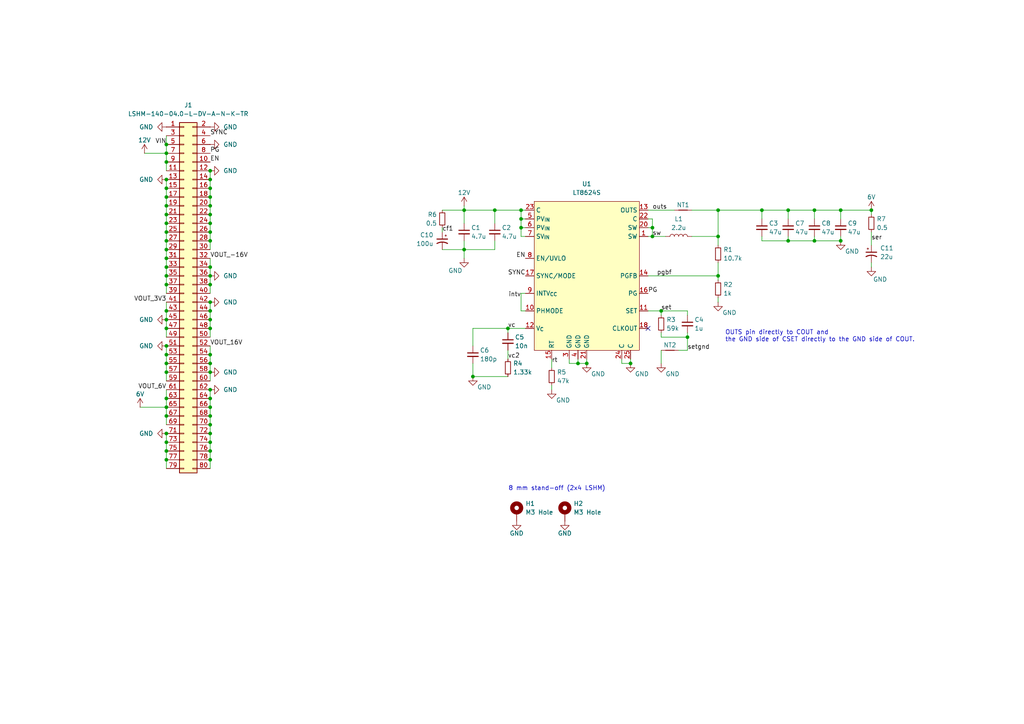
<source format=kicad_sch>
(kicad_sch (version 20250114) (generator "eeschema") (generator_version "9.0")
  (paper "A4")
  (lib_symbols
    (symbol "Connector_Generic:Conn_02x40_Odd_Even" (pin_names (offset 1.016) (hide yes))
      (property "Reference" "J" (at 1.27 50.8 0))
      (property "Value" "Conn_02x40_Odd_Even" (at 1.27 -53.34 0))
      (symbol "Conn_02x40_Odd_Even_1_1"
        (rectangle (start -1.27 49.53) (end 3.81 -52.07) (stroke (width 0.254)) (fill (type background)))
        (rectangle (start -1.27 48.387) (end 0 48.133) (stroke (width 0.1524)))
        (rectangle (start -1.27 45.847) (end 0 45.593) (stroke (width 0.1524)))
        (rectangle (start -1.27 43.307) (end 0 43.053) (stroke (width 0.1524)))
        (rectangle (start -1.27 40.767) (end 0 40.513) (stroke (width 0.1524)))
        (rectangle (start -1.27 38.227) (end 0 37.973) (stroke (width 0.1524)))
        (rectangle (start -1.27 35.687) (end 0 35.433) (stroke (width 0.1524)))
        (rectangle (start -1.27 33.147) (end 0 32.893) (stroke (width 0.1524)))
        (rectangle (start -1.27 30.607) (end 0 30.353) (stroke (width 0.1524)))
        (rectangle (start -1.27 28.067) (end 0 27.813) (stroke (width 0.1524)))
        (rectangle (start -1.27 25.527) (end 0 25.273) (stroke (width 0.1524)))
        (rectangle (start -1.27 22.987) (end 0 22.733) (stroke (width 0.1524)))
        (rectangle (start -1.27 20.447) (end 0 20.193) (stroke (width 0.1524)))
        (rectangle (start -1.27 17.907) (end 0 17.653) (stroke (width 0.1524)))
        (rectangle (start -1.27 15.367) (end 0 15.113) (stroke (width 0.1524)))
        (rectangle (start -1.27 12.827) (end 0 12.573) (stroke (width 0.1524)))
        (rectangle (start -1.27 10.287) (end 0 10.033) (stroke (width 0.1524)))
        (rectangle (start -1.27 7.747) (end 0 7.493) (stroke (width 0.1524)))
        (rectangle (start -1.27 5.207) (end 0 4.953) (stroke (width 0.1524)))
        (rectangle (start -1.27 2.667) (end 0 2.413) (stroke (width 0.1524)))
        (rectangle (start -1.27 0.127) (end 0 -0.127) (stroke (width 0.1524)))
        (rectangle (start -1.27 -2.413) (end 0 -2.667) (stroke (width 0.1524)))
        (rectangle (start -1.27 -4.953) (end 0 -5.207) (stroke (width 0.1524)))
        (rectangle (start -1.27 -7.493) (end 0 -7.747) (stroke (width 0.1524)))
        (rectangle (start -1.27 -10.033) (end 0 -10.287) (stroke (width 0.1524)))
        (rectangle (start -1.27 -12.573) (end 0 -12.827) (stroke (width 0.1524)))
        (rectangle (start -1.27 -15.113) (end 0 -15.367) (stroke (width 0.1524)))
        (rectangle (start -1.27 -17.653) (end 0 -17.907) (stroke (width 0.1524)))
        (rectangle (start -1.27 -20.193) (end 0 -20.447) (stroke (width 0.1524)))
        (rectangle (start -1.27 -22.733) (end 0 -22.987) (stroke (width 0.1524)))
        (rectangle (start -1.27 -25.273) (end 0 -25.527) (stroke (width 0.1524)))
        (rectangle (start -1.27 -27.813) (end 0 -28.067) (stroke (width 0.1524)))
        (rectangle (start -1.27 -30.353) (end 0 -30.607) (stroke (width 0.1524)))
        (rectangle (start -1.27 -32.893) (end 0 -33.147) (stroke (width 0.1524)))
        (rectangle (start -1.27 -35.433) (end 0 -35.687) (stroke (width 0.1524)))
        (rectangle (start -1.27 -37.973) (end 0 -38.227) (stroke (width 0.1524)))
        (rectangle (start -1.27 -40.513) (end 0 -40.767) (stroke (width 0.1524)))
        (rectangle (start -1.27 -43.053) (end 0 -43.307) (stroke (width 0.1524)))
        (rectangle (start -1.27 -45.593) (end 0 -45.847) (stroke (width 0.1524)))
        (rectangle (start -1.27 -48.133) (end 0 -48.387) (stroke (width 0.1524)))
        (rectangle (start -1.27 -50.673) (end 0 -50.927) (stroke (width 0.1524)))
        (rectangle (start 3.81 48.387) (end 2.54 48.133) (stroke (width 0.1524)))
        (rectangle (start 3.81 45.847) (end 2.54 45.593) (stroke (width 0.1524)))
        (rectangle (start 3.81 43.307) (end 2.54 43.053) (stroke (width 0.1524)))
        (rectangle (start 3.81 40.767) (end 2.54 40.513) (stroke (width 0.1524)))
        (rectangle (start 3.81 38.227) (end 2.54 37.973) (stroke (width 0.1524)))
        (rectangle (start 3.81 35.687) (end 2.54 35.433) (stroke (width 0.1524)))
        (rectangle (start 3.81 33.147) (end 2.54 32.893) (stroke (width 0.1524)))
        (rectangle (start 3.81 30.607) (end 2.54 30.353) (stroke (width 0.1524)))
        (rectangle (start 3.81 28.067) (end 2.54 27.813) (stroke (width 0.1524)))
        (rectangle (start 3.81 25.527) (end 2.54 25.273) (stroke (width 0.1524)))
        (rectangle (start 3.81 22.987) (end 2.54 22.733) (stroke (width 0.1524)))
        (rectangle (start 3.81 20.447) (end 2.54 20.193) (stroke (width 0.1524)))
        (rectangle (start 3.81 17.907) (end 2.54 17.653) (stroke (width 0.1524)))
        (rectangle (start 3.81 15.367) (end 2.54 15.113) (stroke (width 0.1524)))
        (rectangle (start 3.81 12.827) (end 2.54 12.573) (stroke (width 0.1524)))
        (rectangle (start 3.81 10.287) (end 2.54 10.033) (stroke (width 0.1524)))
        (rectangle (start 3.81 7.747) (end 2.54 7.493) (stroke (width 0.1524)))
        (rectangle (start 3.81 5.207) (end 2.54 4.953) (stroke (width 0.1524)))
        (rectangle (start 3.81 2.667) (end 2.54 2.413) (stroke (width 0.1524)))
        (rectangle (start 3.81 0.127) (end 2.54 -0.127) (stroke (width 0.1524)))
        (rectangle (start 3.81 -2.413) (end 2.54 -2.667) (stroke (width 0.1524)))
        (rectangle (start 3.81 -4.953) (end 2.54 -5.207) (stroke (width 0.1524)))
        (rectangle (start 3.81 -7.493) (end 2.54 -7.747) (stroke (width 0.1524)))
        (rectangle (start 3.81 -10.033) (end 2.54 -10.287) (stroke (width 0.1524)))
        (rectangle (start 3.81 -12.573) (end 2.54 -12.827) (stroke (width 0.1524)))
        (rectangle (start 3.81 -15.113) (end 2.54 -15.367) (stroke (width 0.1524)))
        (rectangle (start 3.81 -17.653) (end 2.54 -17.907) (stroke (width 0.1524)))
        (rectangle (start 3.81 -20.193) (end 2.54 -20.447) (stroke (width 0.1524)))
        (rectangle (start 3.81 -22.733) (end 2.54 -22.987) (stroke (width 0.1524)))
        (rectangle (start 3.81 -25.273) (end 2.54 -25.527) (stroke (width 0.1524)))
        (rectangle (start 3.81 -27.813) (end 2.54 -28.067) (stroke (width 0.1524)))
        (rectangle (start 3.81 -30.353) (end 2.54 -30.607) (stroke (width 0.1524)))
        (rectangle (start 3.81 -32.893) (end 2.54 -33.147) (stroke (width 0.1524)))
        (rectangle (start 3.81 -35.433) (end 2.54 -35.687) (stroke (width 0.1524)))
        (rectangle (start 3.81 -37.973) (end 2.54 -38.227) (stroke (width 0.1524)))
        (rectangle (start 3.81 -40.513) (end 2.54 -40.767) (stroke (width 0.1524)))
        (rectangle (start 3.81 -43.053) (end 2.54 -43.307) (stroke (width 0.1524)))
        (rectangle (start 3.81 -45.593) (end 2.54 -45.847) (stroke (width 0.1524)))
        (rectangle (start 3.81 -48.133) (end 2.54 -48.387) (stroke (width 0.1524)))
        (rectangle (start 3.81 -50.673) (end 2.54 -50.927) (stroke (width 0.1524)))
        (pin passive line (at -5.08 48.26 0) (length 3.81) (name "Pin_1") (number "1"))
        (pin passive line (at -5.08 45.72 0) (length 3.81) (name "Pin_3") (number "3"))
        (pin passive line (at -5.08 43.18 0) (length 3.81) (name "Pin_5") (number "5"))
        (pin passive line (at -5.08 40.64 0) (length 3.81) (name "Pin_7") (number "7"))
        (pin passive line (at -5.08 38.1 0) (length 3.81) (name "Pin_9") (number "9"))
        (pin passive line (at -5.08 35.56 0) (length 3.81) (name "Pin_11") (number "11"))
        (pin passive line (at -5.08 33.02 0) (length 3.81) (name "Pin_13") (number "13"))
        (pin passive line (at -5.08 30.48 0) (length 3.81) (name "Pin_15") (number "15"))
        (pin passive line (at -5.08 27.94 0) (length 3.81) (name "Pin_17") (number "17"))
        (pin passive line (at -5.08 25.4 0) (length 3.81) (name "Pin_19") (number "19"))
        (pin passive line (at -5.08 22.86 0) (length 3.81) (name "Pin_21") (number "21"))
        (pin passive line (at -5.08 20.32 0) (length 3.81) (name "Pin_23") (number "23"))
        (pin passive line (at -5.08 17.78 0) (length 3.81) (name "Pin_25") (number "25"))
        (pin passive line (at -5.08 15.24 0) (length 3.81) (name "Pin_27") (number "27"))
        (pin passive line (at -5.08 12.7 0) (length 3.81) (name "Pin_29") (number "29"))
        (pin passive line (at -5.08 10.16 0) (length 3.81) (name "Pin_31") (number "31"))
        (pin passive line (at -5.08 7.62 0) (length 3.81) (name "Pin_33") (number "33"))
        (pin passive line (at -5.08 5.08 0) (length 3.81) (name "Pin_35") (number "35"))
        (pin passive line (at -5.08 2.54 0) (length 3.81) (name "Pin_37") (number "37"))
        (pin passive line (at -5.08 0 0) (length 3.81) (name "Pin_39") (number "39"))
        (pin passive line (at -5.08 -2.54 0) (length 3.81) (name "Pin_41") (number "41"))
        (pin passive line (at -5.08 -5.08 0) (length 3.81) (name "Pin_43") (number "43"))
        (pin passive line (at -5.08 -7.62 0) (length 3.81) (name "Pin_45") (number "45"))
        (pin passive line (at -5.08 -10.16 0) (length 3.81) (name "Pin_47") (number "47"))
        (pin passive line (at -5.08 -12.7 0) (length 3.81) (name "Pin_49") (number "49"))
        (pin passive line (at -5.08 -15.24 0) (length 3.81) (name "Pin_51") (number "51"))
        (pin passive line (at -5.08 -17.78 0) (length 3.81) (name "Pin_53") (number "53"))
        (pin passive line (at -5.08 -20.32 0) (length 3.81) (name "Pin_55") (number "55"))
        (pin passive line (at -5.08 -22.86 0) (length 3.81) (name "Pin_57") (number "57"))
        (pin passive line (at -5.08 -25.4 0) (length 3.81) (name "Pin_59") (number "59"))
        (pin passive line (at -5.08 -27.94 0) (length 3.81) (name "Pin_61") (number "61"))
        (pin passive line (at -5.08 -30.48 0) (length 3.81) (name "Pin_63") (number "63"))
        (pin passive line (at -5.08 -33.02 0) (length 3.81) (name "Pin_65") (number "65"))
        (pin passive line (at -5.08 -35.56 0) (length 3.81) (name "Pin_67") (number "67"))
        (pin passive line (at -5.08 -38.1 0) (length 3.81) (name "Pin_69") (number "69"))
        (pin passive line (at -5.08 -40.64 0) (length 3.81) (name "Pin_71") (number "71"))
        (pin passive line (at -5.08 -43.18 0) (length 3.81) (name "Pin_73") (number "73"))
        (pin passive line (at -5.08 -45.72 0) (length 3.81) (name "Pin_75") (number "75"))
        (pin passive line (at -5.08 -48.26 0) (length 3.81) (name "Pin_77") (number "77"))
        (pin passive line (at -5.08 -50.8 0) (length 3.81) (name "Pin_79") (number "79"))
        (pin passive line (at 7.62 48.26 180) (length 3.81) (name "Pin_2") (number "2"))
        (pin passive line (at 7.62 45.72 180) (length 3.81) (name "Pin_4") (number "4"))
        (pin passive line (at 7.62 43.18 180) (length 3.81) (name "Pin_6") (number "6"))
        (pin passive line (at 7.62 40.64 180) (length 3.81) (name "Pin_8") (number "8"))
        (pin passive line (at 7.62 38.1 180) (length 3.81) (name "Pin_10") (number "10"))
        (pin passive line (at 7.62 35.56 180) (length 3.81) (name "Pin_12") (number "12"))
        (pin passive line (at 7.62 33.02 180) (length 3.81) (name "Pin_14") (number "14"))
        (pin passive line (at 7.62 30.48 180) (length 3.81) (name "Pin_16") (number "16"))
        (pin passive line (at 7.62 27.94 180) (length 3.81) (name "Pin_18") (number "18"))
        (pin passive line (at 7.62 25.4 180) (length 3.81) (name "Pin_20") (number "20"))
        (pin passive line (at 7.62 22.86 180) (length 3.81) (name "Pin_22") (number "22"))
        (pin passive line (at 7.62 20.32 180) (length 3.81) (name "Pin_24") (number "24"))
        (pin passive line (at 7.62 17.78 180) (length 3.81) (name "Pin_26") (number "26"))
        (pin passive line (at 7.62 15.24 180) (length 3.81) (name "Pin_28") (number "28"))
        (pin passive line (at 7.62 12.7 180) (length 3.81) (name "Pin_30") (number "30"))
        (pin passive line (at 7.62 10.16 180) (length 3.81) (name "Pin_32") (number "32"))
        (pin passive line (at 7.62 7.62 180) (length 3.81) (name "Pin_34") (number "34"))
        (pin passive line (at 7.62 5.08 180) (length 3.81) (name "Pin_36") (number "36"))
        (pin passive line (at 7.62 2.54 180) (length 3.81) (name "Pin_38") (number "38"))
        (pin passive line (at 7.62 0 180) (length 3.81) (name "Pin_40") (number "40"))
        (pin passive line (at 7.62 -2.54 180) (length 3.81) (name "Pin_42") (number "42"))
        (pin passive line (at 7.62 -5.08 180) (length 3.81) (name "Pin_44") (number "44"))
        (pin passive line (at 7.62 -7.62 180) (length 3.81) (name "Pin_46") (number "46"))
        (pin passive line (at 7.62 -10.16 180) (length 3.81) (name "Pin_48") (number "48"))
        (pin passive line (at 7.62 -12.7 180) (length 3.81) (name "Pin_50") (number "50"))
        (pin passive line (at 7.62 -15.24 180) (length 3.81) (name "Pin_52") (number "52"))
        (pin passive line (at 7.62 -17.78 180) (length 3.81) (name "Pin_54") (number "54"))
        (pin passive line (at 7.62 -20.32 180) (length 3.81) (name "Pin_56") (number "56"))
        (pin passive line (at 7.62 -22.86 180) (length 3.81) (name "Pin_58") (number "58"))
        (pin passive line (at 7.62 -25.4 180) (length 3.81) (name "Pin_60") (number "60"))
        (pin passive line (at 7.62 -27.94 180) (length 3.81) (name "Pin_62") (number "62"))
        (pin passive line (at 7.62 -30.48 180) (length 3.81) (name "Pin_64") (number "64"))
        (pin passive line (at 7.62 -33.02 180) (length 3.81) (name "Pin_66") (number "66"))
        (pin passive line (at 7.62 -35.56 180) (length 3.81) (name "Pin_68") (number "68"))
        (pin passive line (at 7.62 -38.1 180) (length 3.81) (name "Pin_70") (number "70"))
        (pin passive line (at 7.62 -40.64 180) (length 3.81) (name "Pin_72") (number "72"))
        (pin passive line (at 7.62 -43.18 180) (length 3.81) (name "Pin_74") (number "74"))
        (pin passive line (at 7.62 -45.72 180) (length 3.81) (name "Pin_76") (number "76"))
        (pin passive line (at 7.62 -48.26 180) (length 3.81) (name "Pin_78") (number "78"))
        (pin passive line (at 7.62 -50.8 180) (length 3.81) (name "Pin_80") (number "80"))
      )
    )
    (symbol "Device:C_Polarized_Small_US" (pin_numbers (hide yes)) (pin_names (offset 0.254) (hide yes))
      (property "Reference" "C" (at 0.254 1.778 0))
      (property "Value" "C_Polarized_Small_US" (at 0.254 -2.032 0))
      (symbol "C_Polarized_Small_US_0_1"
        (polyline (pts (xy -1.524 0.508) (xy 1.524 0.508)) (stroke (width 0.3048)))
        (polyline (pts (xy -1.27 1.524) (xy -0.762 1.524)))
        (polyline (pts (xy -1.016 1.27) (xy -1.016 1.778)))
        (arc (start -1.524 -0.762) (mid 0 -0.3734) (end 1.524 -0.762) (stroke (width 0.3048)))
      )
      (symbol "C_Polarized_Small_US_1_1"
        (pin passive line (at 0 2.54 270) (length 2.032) (name "~") (number "1"))
        (pin passive line (at 0 -2.54 90) (length 2.032) (name "~") (number "2"))
      )
    )
    (symbol "Device:C_Small" (pin_numbers (hide yes)) (pin_names (offset 0.254) (hide yes))
      (property "Reference" "C" (at 0.254 1.778 0))
      (property "Value" "C_Small" (at 0.254 -2.032 0))
      (symbol "C_Small_0_1"
        (polyline (pts (xy -1.524 0.508) (xy 1.524 0.508)) (stroke (width 0.3048)))
        (polyline (pts (xy -1.524 -0.508) (xy 1.524 -0.508)) (stroke (width 0.3302)))
      )
      (symbol "C_Small_1_1"
        (pin passive line (at 0 2.54 270) (length 2.032) (name "~") (number "1"))
        (pin passive line (at 0 -2.54 90) (length 2.032) (name "~") (number "2"))
      )
    )
    (symbol "Device:L" (pin_numbers (hide yes)) (pin_names (offset 1.016) (hide yes))
      (property "Reference" "L" (at -1.27 0 90))
      (property "Value" "L" (at 1.905 0 90))
      (symbol "L_0_1"
        (arc (start 0 2.54) (mid 0.6323 1.905) (end 0 1.27))
        (arc (start 0 1.27) (mid 0.6323 0.635) (end 0 0))
        (arc (start 0 0) (mid 0.6323 -0.635) (end 0 -1.27))
        (arc (start 0 -1.27) (mid 0.6323 -1.905) (end 0 -2.54))
      )
      (symbol "L_1_1"
        (pin passive line (at 0 3.81 270) (length 1.27) (name "1") (number "1"))
        (pin passive line (at 0 -3.81 90) (length 1.27) (name "2") (number "2"))
      )
    )
    (symbol "Device:NetTie_2" (pin_numbers (hide yes)) (pin_names (offset 0) (hide yes)) (in_bom no)
      (property "Reference" "NT" (at 0 1.27 0))
      (property "Value" "NetTie_2" (at 0 -1.27 0))
      (symbol "NetTie_2_0_1"
        (polyline (pts (xy -1.27 0) (xy 1.27 0)) (stroke (width 0.254)))
      )
      (symbol "NetTie_2_1_1"
        (pin passive line (at -2.54 0 0) (length 2.54) (name "1") (number "1"))
        (pin passive line (at 2.54 0 180) (length 2.54) (name "2") (number "2"))
      )
    )
    (symbol "Device:R_Small" (pin_numbers (hide yes)) (pin_names (offset 0.254) (hide yes))
      (property "Reference" "R" (at 0 0 90))
      (property "Value" "R_Small" (at 1.778 0 90))
      (symbol "R_Small_0_1"
        (rectangle (start -0.762 1.778) (end 0.762 -1.778) (stroke (width 0.2032)))
      )
      (symbol "R_Small_1_1"
        (pin passive line (at 0 2.54 270) (length 0.762) (name "~") (number "1"))
        (pin passive line (at 0 -2.54 90) (length 0.762) (name "~") (number "2"))
      )
    )
    (symbol "Mechanical:MountingHole_Pad" (pin_numbers (hide yes)) (pin_names (offset 1.016) (hide yes)) (in_bom no)
      (property "Reference" "H" (at 0 6.35 0))
      (property "Value" "MountingHole_Pad" (at 0 4.445 0))
      (symbol "MountingHole_Pad_0_1"
        (circle (center 0 1.27) (radius 1.27) (stroke (width 1.27)))
      )
      (symbol "MountingHole_Pad_1_1"
        (pin input line (at 0 -2.54 90) (length 2.54) (name "1") (number "1"))
      )
    )
    (symbol "lib:LT8624S"
      (property "Reference" "U11" (at 0 26.67 0))
      (property "Value" "LT8624S" (at 0 24.13 0))
      (symbol "LT8624S_1_1"
        (rectangle (start -15.24 21.59) (end 15.24 -21.59) (fill (type background)))
        (pin free line (at -17.78 19.05 0) (length 2.54) (name "C") (number "23"))
        (pin power_in line (at -17.78 16.51 0) (length 2.54) (name "PV_{IN}") (number "5"))
        (pin power_in line (at -17.78 13.97 0) (length 2.54) (name "PV_{IN}") (number "6"))
        (pin power_in line (at -17.78 11.43 0) (length 2.54) (name "SV_{IN}") (number "7"))
        (pin input line (at -17.78 5.08 0) (length 2.54) (name "EN/UVLO") (number "8"))
        (pin input line (at -17.78 0 0) (length 2.54) (name "SYNC/MODE") (number "17"))
        (pin passive line (at -17.78 -5.08 0) (length 2.54) (name "INTV_{CC}") (number "9"))
        (pin input line (at -17.78 -10.16 0) (length 2.54) (name "PHMODE") (number "10"))
        (pin output line (at -17.78 -15.24 0) (length 2.54) (name "V_{C}") (number "12"))
        (pin output line (at -10.16 -24.13 90) (length 2.54) (name "RT") (number "15"))
        (pin power_in line (at -5.08 -24.13 90) (length 2.54) (name "GND") (number "3"))
        (pin power_in line (at -2.54 -24.13 90) (length 2.54) (name "GND") (number "4"))
        (pin power_in line (at 0 -24.13 90) (length 2.54) (name "GND") (number "21"))
        (pin no_connect line (at 5.08 -24.13 90) (length 2.54) (hide yes) (name "NC") (number "2"))
        (pin free line (at 10.16 -24.13 90) (length 2.54) (name "C") (number "24"))
        (pin free line (at 12.7 -24.13 90) (length 2.54) (name "C") (number "25"))
        (pin input line (at 17.78 19.05 180) (length 2.54) (name "OUTS") (number "13"))
        (pin free line (at 17.78 16.51 180) (length 2.54) (name "C") (number "22"))
        (pin power_out line (at 17.78 13.97 180) (length 2.54) (name "SW") (number "20"))
        (pin power_out line (at 17.78 11.43 180) (length 2.54) (name "SW") (number "1"))
        (pin no_connect line (at 17.78 5.08 180) (length 2.54) (hide yes) (name "BST") (number "19"))
        (pin input line (at 17.78 0 180) (length 2.54) (name "PGFB") (number "14"))
        (pin output line (at 17.78 -5.08 180) (length 2.54) (name "PG") (number "16"))
        (pin input line (at 17.78 -10.16 180) (length 2.54) (name "SET") (number "11"))
        (pin input line (at 17.78 -15.24 180) (length 2.54) (name "CLKOUT") (number "18"))
      )
    )
    (symbol "power:+12V" (power) (pin_numbers (hide yes)) (pin_names (offset 0) (hide yes))
      (property "Value" "+12V" (at 0 3.556 0))
      (symbol "+12V_0_1"
        (polyline (pts (xy -0.762 1.27) (xy 0 2.54)))
        (polyline (pts (xy 0 2.54) (xy 0.762 1.27)))
        (polyline (pts (xy 0 0) (xy 0 2.54)))
      )
      (symbol "+12V_1_1"
        (pin power_in line (at 0 0 90) (length 0) (name "~") (number "1"))
      )
    )
    (symbol "power:GND" (power) (pin_numbers (hide yes)) (pin_names (offset 0) (hide yes))
      (property "Value" "GND" (at 0 -3.81 0))
      (symbol "GND_0_1"
        (polyline (pts (xy 0 0) (xy 0 -1.27) (xy 1.27 -1.27) (xy 0 -2.54) (xy -1.27 -1.27) (xy 0 -1.27)))
      )
      (symbol "GND_1_1"
        (pin power_in line (at 0 0 270) (length 0) (name "~") (number "1"))
      )
    )
  )
  (text "OUTS pin directly to COUT and\nthe GND side of CSET directly to the GND side of COUT." (at 210.312 97.536 0) (effects (font (size 1.27 1.27)) (justify left)))
  (text "8 mm stand-off (2x4 LSHM)" (at 161.544 141.732 0) (effects (font (size 1.27 1.27))))
  (junction (at 137.16 109.22))
  (junction (at 60.96 102.87))
  (junction (at 60.96 52.07))
  (junction (at 208.28 60.96))
  (junction (at 60.96 67.31))
  (junction (at 48.26 44.45))
  (junction (at 48.26 100.33))
  (junction (at 134.62 72.39))
  (junction (at 48.26 120.65))
  (junction (at 48.26 105.41))
  (junction (at 60.96 123.19))
  (junction (at 48.26 90.17))
  (junction (at 236.22 69.85))
  (junction (at 228.6 60.96))
  (junction (at 48.26 52.07))
  (junction (at 60.96 120.65))
  (junction (at 48.26 128.27))
  (junction (at 191.77 90.17))
  (junction (at 60.96 69.85))
  (junction (at 134.62 60.96))
  (junction (at 60.96 115.57))
  (junction (at 48.26 130.81))
  (junction (at 60.96 90.17))
  (junction (at 48.26 115.57))
  (junction (at 48.26 46.99))
  (junction (at 252.73 60.96))
  (junction (at 236.22 60.96))
  (junction (at 243.84 69.85))
  (junction (at 48.26 125.73))
  (junction (at 48.26 77.47))
  (junction (at 60.96 118.11))
  (junction (at 60.96 95.25))
  (junction (at 60.96 80.01))
  (junction (at 48.26 62.23))
  (junction (at 48.26 41.91))
  (junction (at 60.96 125.73))
  (junction (at 48.26 82.55))
  (junction (at 151.13 60.96))
  (junction (at 60.96 64.77))
  (junction (at 48.26 69.85))
  (junction (at 220.98 60.96))
  (junction (at 48.26 64.77))
  (junction (at 60.96 105.41))
  (junction (at 143.51 60.96))
  (junction (at 167.64 105.41))
  (junction (at 48.26 133.35))
  (junction (at 189.23 66.04))
  (junction (at 151.13 66.04))
  (junction (at 60.96 87.63))
  (junction (at 60.96 57.15))
  (junction (at 199.39 97.79))
  (junction (at 60.96 92.71))
  (junction (at 60.96 130.81))
  (junction (at 60.96 128.27))
  (junction (at 60.96 59.69))
  (junction (at 60.96 133.35))
  (junction (at 48.26 95.25))
  (junction (at 170.18 105.41))
  (junction (at 208.28 80.01))
  (junction (at 208.28 68.58))
  (junction (at 60.96 113.03))
  (junction (at 48.26 72.39))
  (junction (at 48.26 74.93))
  (junction (at 228.6 69.85))
  (junction (at 60.96 54.61))
  (junction (at 60.96 107.95))
  (junction (at 60.96 77.47))
  (junction (at 48.26 57.15))
  (junction (at 48.26 67.31))
  (junction (at 60.96 49.53))
  (junction (at 48.26 59.69))
  (junction (at 60.96 82.55))
  (junction (at 48.26 54.61))
  (junction (at 48.26 102.87))
  (junction (at 48.26 118.11))
  (junction (at 48.26 80.01))
  (junction (at 189.23 68.58))
  (junction (at 48.26 92.71))
  (junction (at 151.13 63.5))
  (junction (at 60.96 62.23))
  (junction (at 243.84 60.96))
  (junction (at 182.88 105.41))
  (junction (at 48.26 107.95))
  (junction (at 147.32 95.25))
  (no_connect (at 187.96 95.25))
  (wire (pts (xy 187.96 66.04) (xy 189.23 66.04)))
  (wire (pts (xy 48.26 120.65) (xy 48.26 123.19)))
  (wire (pts (xy 128.27 60.96) (xy 134.62 60.96)))
  (wire (pts (xy 60.96 67.31) (xy 60.96 69.85)))
  (wire (pts (xy 60.96 113.03) (xy 60.96 115.57)))
  (wire (pts (xy 236.22 68.58) (xy 236.22 69.85)))
  (wire (pts (xy 48.26 46.99) (xy 48.26 49.53)))
  (wire (pts (xy 228.6 69.85) (xy 236.22 69.85)))
  (wire (pts (xy 60.96 77.47) (xy 60.96 80.01)))
  (wire (pts (xy 220.98 60.96) (xy 228.6 60.96)))
  (wire (pts (xy 151.13 63.5) (xy 152.4 63.5)))
  (wire (pts (xy 160.02 113.03) (xy 160.02 111.76)))
  (wire (pts (xy 48.26 54.61) (xy 48.26 57.15)))
  (wire (pts (xy 189.23 63.5) (xy 189.23 66.04)))
  (wire (pts (xy 48.26 87.63) (xy 48.26 90.17)))
  (wire (pts (xy 60.96 69.85) (xy 60.96 72.39)))
  (wire (pts (xy 60.96 87.63) (xy 60.96 90.17)))
  (wire (pts (xy 208.28 87.63) (xy 208.28 86.36)))
  (wire (pts (xy 48.26 90.17) (xy 48.26 92.71)))
  (wire (pts (xy 208.28 81.28) (xy 208.28 80.01)))
  (wire (pts (xy 60.96 125.73) (xy 60.96 128.27)))
  (wire (pts (xy 60.96 90.17) (xy 60.96 92.71)))
  (wire (pts (xy 60.96 95.25) (xy 60.96 97.79)))
  (wire (pts (xy 191.77 97.79) (xy 199.39 97.79)))
  (wire (pts (xy 48.26 67.31) (xy 48.26 69.85)))
  (wire (pts (xy 180.34 104.14) (xy 180.34 105.41)))
  (wire (pts (xy 196.85 101.6) (xy 199.39 101.6)))
  (wire (pts (xy 60.96 130.81) (xy 60.96 133.35)))
  (wire (pts (xy 199.39 96.52) (xy 199.39 97.79)))
  (wire (pts (xy 48.26 44.45) (xy 48.26 46.99)))
  (wire (pts (xy 48.26 64.77) (xy 48.26 67.31)))
  (wire (pts (xy 187.96 63.5) (xy 189.23 63.5)))
  (wire (pts (xy 182.88 105.41) (xy 182.88 104.14)))
  (wire (pts (xy 48.26 62.23) (xy 48.26 64.77)))
  (wire (pts (xy 48.26 95.25) (xy 48.26 97.79)))
  (wire (pts (xy 252.73 62.23) (xy 252.73 60.96)))
  (wire (pts (xy 60.96 120.65) (xy 60.96 123.19)))
  (wire (pts (xy 228.6 60.96) (xy 228.6 63.5)))
  (wire (pts (xy 137.16 105.41) (xy 137.16 109.22)))
  (wire (pts (xy 200.66 68.58) (xy 208.28 68.58)))
  (wire (pts (xy 191.77 90.17) (xy 187.96 90.17)))
  (wire (pts (xy 60.96 128.27) (xy 60.96 130.81)))
  (wire (pts (xy 134.62 72.39) (xy 134.62 69.85)))
  (wire (pts (xy 199.39 91.44) (xy 199.39 90.17)))
  (wire (pts (xy 243.84 60.96) (xy 236.22 60.96)))
  (wire (pts (xy 60.96 133.35) (xy 60.96 135.89)))
  (wire (pts (xy 60.96 57.15) (xy 60.96 59.69)))
  (wire (pts (xy 228.6 69.85) (xy 220.98 69.85)))
  (wire (pts (xy 243.84 68.58) (xy 243.84 69.85)))
  (wire (pts (xy 48.26 118.11) (xy 48.26 120.65)))
  (wire (pts (xy 228.6 60.96) (xy 236.22 60.96)))
  (wire (pts (xy 151.13 68.58) (xy 151.13 66.04)))
  (wire (pts (xy 60.96 107.95) (xy 60.96 110.49)))
  (wire (pts (xy 60.96 118.11) (xy 60.96 120.65)))
  (wire (pts (xy 243.84 63.5) (xy 243.84 60.96)))
  (wire (pts (xy 151.13 66.04) (xy 151.13 63.5)))
  (wire (pts (xy 48.26 69.85) (xy 48.26 72.39)))
  (wire (pts (xy 191.77 91.44) (xy 191.77 90.17)))
  (wire (pts (xy 208.28 71.12) (xy 208.28 68.58)))
  (wire (pts (xy 189.23 68.58) (xy 193.04 68.58)))
  (wire (pts (xy 48.26 41.91) (xy 48.26 39.37)))
  (wire (pts (xy 160.02 104.14) (xy 160.02 106.68)))
  (wire (pts (xy 48.26 41.91) (xy 48.26 44.45)))
  (wire (pts (xy 48.26 74.93) (xy 48.26 77.47)))
  (wire (pts (xy 60.96 49.53) (xy 60.96 52.07)))
  (wire (pts (xy 48.26 57.15) (xy 48.26 59.69)))
  (wire (pts (xy 48.26 133.35) (xy 48.26 135.89)))
  (wire (pts (xy 151.13 63.5) (xy 151.13 60.96)))
  (wire (pts (xy 48.26 100.33) (xy 48.26 102.87)))
  (wire (pts (xy 191.77 101.6) (xy 191.77 105.41)))
  (wire (pts (xy 143.51 64.77) (xy 143.51 60.96)))
  (wire (pts (xy 134.62 74.93) (xy 134.62 72.39)))
  (wire (pts (xy 252.73 77.47) (xy 252.73 76.2)))
  (wire (pts (xy 60.96 82.55) (xy 60.96 85.09)))
  (wire (pts (xy 252.73 71.12) (xy 252.73 67.31)))
  (wire (pts (xy 128.27 72.39) (xy 134.62 72.39)))
  (wire (pts (xy 48.26 102.87) (xy 48.26 105.41)))
  (wire (pts (xy 137.16 95.25) (xy 137.16 100.33)))
  (wire (pts (xy 128.27 67.31) (xy 128.27 66.04)))
  (wire (pts (xy 165.1 104.14) (xy 165.1 105.41)))
  (wire (pts (xy 48.26 105.41) (xy 48.26 107.95)))
  (wire (pts (xy 48.26 113.03) (xy 48.26 115.57)))
  (wire (pts (xy 208.28 76.2) (xy 208.28 80.01)))
  (wire (pts (xy 170.18 105.41) (xy 170.18 104.14)))
  (wire (pts (xy 208.28 60.96) (xy 220.98 60.96)))
  (wire (pts (xy 187.96 80.01) (xy 208.28 80.01)))
  (wire (pts (xy 60.96 105.41) (xy 60.96 107.95)))
  (wire (pts (xy 60.96 115.57) (xy 60.96 118.11)))
  (wire (pts (xy 208.28 68.58) (xy 208.28 60.96)))
  (wire (pts (xy 252.73 60.96) (xy 243.84 60.96)))
  (wire (pts (xy 236.22 60.96) (xy 236.22 63.5)))
  (wire (pts (xy 134.62 64.77) (xy 134.62 60.96)))
  (wire (pts (xy 48.26 52.07) (xy 48.26 54.61)))
  (wire (pts (xy 60.96 80.01) (xy 60.96 82.55)))
  (wire (pts (xy 48.26 130.81) (xy 48.26 133.35)))
  (wire (pts (xy 191.77 90.17) (xy 199.39 90.17)))
  (wire (pts (xy 60.96 92.71) (xy 60.96 95.25)))
  (wire (pts (xy 48.26 80.01) (xy 48.26 82.55)))
  (wire (pts (xy 60.96 62.23) (xy 60.96 64.77)))
  (wire (pts (xy 48.26 107.95) (xy 48.26 110.49)))
  (wire (pts (xy 180.34 105.41) (xy 182.88 105.41)))
  (wire (pts (xy 152.4 68.58) (xy 151.13 68.58)))
  (wire (pts (xy 137.16 109.22) (xy 147.32 109.22)))
  (wire (pts (xy 48.26 125.73) (xy 48.26 128.27)))
  (wire (pts (xy 60.96 123.19) (xy 60.96 125.73)))
  (wire (pts (xy 167.64 104.14) (xy 167.64 105.41)))
  (wire (pts (xy 200.66 60.96) (xy 208.28 60.96)))
  (wire (pts (xy 134.62 60.96) (xy 143.51 60.96)))
  (wire (pts (xy 40.64 118.11) (xy 48.26 118.11)))
  (wire (pts (xy 152.4 95.25) (xy 147.32 95.25)))
  (wire (pts (xy 60.96 64.77) (xy 60.96 67.31)))
  (wire (pts (xy 228.6 68.58) (xy 228.6 69.85)))
  (wire (pts (xy 48.26 92.71) (xy 48.26 95.25)))
  (wire (pts (xy 199.39 97.79) (xy 199.39 101.6)))
  (wire (pts (xy 48.26 72.39) (xy 48.26 74.93)))
  (wire (pts (xy 60.96 54.61) (xy 60.96 57.15)))
  (wire (pts (xy 165.1 105.41) (xy 167.64 105.41)))
  (wire (pts (xy 60.96 59.69) (xy 60.96 62.23)))
  (wire (pts (xy 48.26 82.55) (xy 48.26 85.09)))
  (wire (pts (xy 167.64 105.41) (xy 170.18 105.41)))
  (wire (pts (xy 151.13 66.04) (xy 152.4 66.04)))
  (wire (pts (xy 191.77 96.52) (xy 191.77 97.79)))
  (wire (pts (xy 151.13 60.96) (xy 152.4 60.96)))
  (wire (pts (xy 143.51 72.39) (xy 143.51 69.85)))
  (wire (pts (xy 147.32 95.25) (xy 137.16 95.25)))
  (wire (pts (xy 151.13 90.17) (xy 151.13 85.09)))
  (wire (pts (xy 60.96 52.07) (xy 60.96 54.61)))
  (wire (pts (xy 187.96 60.96) (xy 195.58 60.96)))
  (wire (pts (xy 60.96 100.33) (xy 60.96 102.87)))
  (wire (pts (xy 48.26 118.11) (xy 48.26 115.57)))
  (wire (pts (xy 147.32 101.6) (xy 147.32 104.14)))
  (wire (pts (xy 220.98 63.5) (xy 220.98 60.96)))
  (wire (pts (xy 220.98 69.85) (xy 220.98 68.58)))
  (wire (pts (xy 152.4 90.17) (xy 151.13 90.17)))
  (wire (pts (xy 187.96 68.58) (xy 189.23 68.58)))
  (wire (pts (xy 48.26 59.69) (xy 48.26 62.23)))
  (wire (pts (xy 143.51 60.96) (xy 151.13 60.96)))
  (wire (pts (xy 134.62 59.69) (xy 134.62 60.96)))
  (wire (pts (xy 151.13 85.09) (xy 152.4 85.09)))
  (wire (pts (xy 243.84 69.85) (xy 236.22 69.85)))
  (wire (pts (xy 48.26 77.47) (xy 48.26 80.01)))
  (wire (pts (xy 189.23 66.04) (xy 189.23 68.58)))
  (wire (pts (xy 134.62 72.39) (xy 143.51 72.39)))
  (wire (pts (xy 41.91 44.45) (xy 48.26 44.45)))
  (wire (pts (xy 147.32 96.52) (xy 147.32 95.25)))
  (wire (pts (xy 60.96 102.87) (xy 60.96 105.41)))
  (wire (pts (xy 60.96 74.93) (xy 60.96 77.47)))
  (wire (pts (xy 48.26 128.27) (xy 48.26 130.81)))
  (label "SYNC" (at 152.4 80.01 180))
  (label "EN" (at 152.4 74.93 180))
  (label "vc" (at 147.32 95.25 0))
  (label "setgnd" (at 199.39 101.6 0))
  (label "VOUT_6V" (at 48.26 113.03 180))
  (label "VOUT_3V3" (at 48.26 87.63 180))
  (label "PG" (at 187.96 85.09 0))
  (label "SYNC" (at 60.96 39.37 0))
  (label "ser" (at 252.73 69.85 0))
  (label "outs" (at 189.23 60.96 0))
  (label "cf1" (at 128.27 67.31 0))
  (label "EN" (at 60.96 46.99 0))
  (label "intv" (at 151.13 86.36 180))
  (label "PG" (at 60.96 44.45 0))
  (label "rt" (at 160.02 105.41 0))
  (label "pgbf" (at 190.5 80.01 0))
  (label "vc2" (at 147.32 104.14 0))
  (label "set" (at 191.77 90.17 0))
  (label "sw" (at 189.23 68.58 0))
  (label "VOUT_-16V" (at 60.96 74.93 0))
  (label "VOUT_16V" (at 60.96 100.33 0))
  (label "VIN" (at 48.26 41.91 180))
  (symbol (lib_id "power:GND") (at 243.84 69.85 0) (unit 1)
    (property "Reference" "#PWR010" (effects (hide yes)))
    (property "Value" "GND" (at 247.142 72.898 0))
    (property "Description" "Power symbol creates a global label with name \"GND\" , ground" (effects (hide yes)))
  )
  (symbol (lib_id "Device:C_Small") (at 236.22 66.04 0) (unit 1)
    (property "Reference" "C8" (at 238.252 64.77 0) (effects (justify left)))
    (property "Value" "47u" (at 238.252 67.31 0) (effects (justify left)))
    (property "Footprint" "Capacitor_SMD:C_1210_3225Metric" (effects (hide yes)))
    (property "Description" "47 µF ±20% 25V Ceramic Capacitor X5R 1210 (3225 Metric)" (effects (hide yes)))
    (property "M" "TAIYO YUDEN" (effects (hide yes)))
    (property "MPN" "TMK325ABJ476MM-P" (effects (hide yes)))
  )
  (symbol (lib_id "power:GND") (at 60.96 87.63 90) (unit 1)
    (property "Reference" "#PWR012" (effects (hide yes)))
    (property "Value" "GND" (at 64.77 87.6299 90) (effects (justify right)))
    (property "Description" "Power symbol creates a global label with name \"GND\" , ground" (effects (hide yes)))
  )
  (symbol (lib_id "Device:R_Small") (at 160.02 109.22 0) (unit 1)
    (property "Reference" "R5" (at 161.544 107.95 0) (effects (justify left)))
    (property "Value" "47k" (at 161.544 110.49 0) (effects (justify left)))
    (property "Footprint" "Resistor_SMD:R_0603_1608Metric" (effects (hide yes)))
    (property "Description" "47 kOhms ±1% 0.1W, 1/10W Chip Resistor 0603 (1608 Metric) Automotive AEC-Q200 Thick Film" (effects (hide yes)))
    (property "M" "Vishay" (effects (hide yes)))
    (property "MPN" "CRCW060347K0FKEA" (effects (hide yes)))
  )
  (symbol (lib_id "power:GND") (at 137.16 109.22 0) (unit 1)
    (property "Reference" "#PWR020" (effects (hide yes)))
    (property "Value" "GND" (at 140.462 112.268 0))
    (property "Description" "Power symbol creates a global label with name \"GND\" , ground" (effects (hide yes)))
  )
  (symbol (lib_id "Device:C_Small") (at 243.84 66.04 0) (unit 1)
    (property "Reference" "C9" (at 245.872 64.77 0) (effects (justify left)))
    (property "Value" "47u" (at 245.872 67.31 0) (effects (justify left)))
    (property "Footprint" "Capacitor_SMD:C_1210_3225Metric" (effects (hide yes)))
    (property "Description" "47 µF ±20% 25V Ceramic Capacitor X5R 1210 (3225 Metric)" (effects (hide yes)))
    (property "M" "TAIYO YUDEN" (effects (hide yes)))
    (property "MPN" "TMK325ABJ476MM-P" (effects (hide yes)))
  )
  (symbol (lib_id "Device:C_Small") (at 143.51 67.31 0) (unit 1)
    (property "Reference" "C2" (at 145.542 66.04 0) (effects (justify left)))
    (property "Value" "4.7u" (at 145.542 68.58 0) (effects (justify left)))
    (property "Footprint" "Capacitor_SMD:C_1210_3225Metric" (effects (hide yes)))
    (property "Description" "4.7 µF ±10% 50V Ceramic Capacitor X7R 1210 (3225 Metric)" (effects (hide yes)))
    (property "M" "Murata" (effects (hide yes)))
    (property "MPN" "GCM32ER71H475KA55K" (effects (hide yes)))
  )
  (symbol (lib_id "Device:R_Small") (at 191.77 93.98 0) (unit 1)
    (property "Reference" "R3" (at 193.294 92.71 0) (effects (justify left)))
    (property "Value" "59k" (at 193.294 95.25 0) (effects (justify left)))
    (property "Footprint" "Resistor_SMD:R_0603_1608Metric" (effects (hide yes)))
    (property "Description" "59 kOhms ±1% 0.1W, 1/10W Chip Resistor 0603 (1608 Metric) Automotive AEC-Q200 Thick Film" (effects (hide yes)))
    (property "M" "Vishay" (effects (hide yes)))
    (property "MPN" "CRCW060359K0FKEA" (effects (hide yes)))
  )
  (symbol (lib_id "lib:LT8624S") (at 170.18 80.01 0) (unit 1)
    (property "Reference" "U1" (at 170.18 53.34 0))
    (property "Value" "LT8624S" (at 170.18 55.88 0))
    (property "Footprint" "lib:LT8624S" (effects (hide yes)))
    (property "Description" "Buck Switching Regulator IC Positive Adjustable 0V 1 Output 4A 20-TFQFN Exposed Pad" (effects (hide yes)))
    (property "M" "Analog" (effects (hide yes)))
    (property "MPN" "LT8624SAV#PBF" (effects (hide yes)))
  )
  (symbol (lib_id "Device:R_Small") (at 208.28 83.82 0) (unit 1)
    (property "Reference" "R2" (at 209.804 82.55 0) (effects (justify left)))
    (property "Value" "1k" (at 209.804 85.09 0) (effects (justify left)))
    (property "Footprint" "Resistor_SMD:R_0603_1608Metric" (effects (hide yes)))
    (property "Description" "1 kOhms ±1% 0.1W, 1/10W Chip Resistor 0603 (1608 Metric) Automotive AEC-Q200 Thick Film" (effects (hide yes)))
    (property "M" "Vishay" (effects (hide yes)))
    (property "MPN" "CRCW06031K00FKEA" (effects (hide yes)))
  )
  (symbol (lib_id "power:+12V") (at 252.73 60.96 0) (unit 1)
    (property "Reference" "#PWR08" (effects (hide yes)))
    (property "Value" "6V" (at 252.73 57.15 0))
    (property "Description" "Power symbol creates a global label with name \"+12V\"" (effects (hide yes)))
  )
  (symbol (lib_id "Device:NetTie_2") (at 198.12 60.96 0) (unit 1) (in_bom no)
    (property "Reference" "NT1" (at 198.12 59.436 0))
    (property "Value" "NetTie_2" (effects (hide yes)))
    (property "Footprint" "NetTie:NetTie-2_SMD_Pad0.5mm" (effects (hide yes)))
    (property "Description" "Net tie, 2 pins" (effects (hide yes)))
  )
  (symbol (lib_id "power:GND") (at 149.86 151.13 0) (unit 1)
    (property "Reference" "#PWR025" (effects (hide yes)))
    (property "Value" "GND" (at 151.892 154.686 0) (effects (justify right)))
    (property "Description" "Power symbol creates a global label with name \"GND\" , ground" (effects (hide yes)))
  )
  (symbol (lib_id "Device:C_Small") (at 220.98 66.04 0) (unit 1)
    (property "Reference" "C3" (at 223.012 64.77 0) (effects (justify left)))
    (property "Value" "47u" (at 223.012 67.31 0) (effects (justify left)))
    (property "Footprint" "Capacitor_SMD:C_1210_3225Metric" (effects (hide yes)))
    (property "Description" "47 µF ±20% 25V Ceramic Capacitor X5R 1210 (3225 Metric)" (effects (hide yes)))
    (property "M" "TAIYO YUDEN" (effects (hide yes)))
    (property "MPN" "TMK325ABJ476MM-P" (effects (hide yes)))
  )
  (symbol (lib_id "Device:L") (at 196.85 68.58 90) (unit 1)
    (property "Reference" "L1" (at 196.85 63.5 90))
    (property "Value" "2.2u" (at 196.85 66.04 90))
    (property "Footprint" "lib:XGL4020" (effects (hide yes)))
    (property "Description" "2.2 µH Shielded Molded Inductor 8.9 A 21.5mOhm Max 1616 (4040 Metric)" (effects (hide yes)))
    (property "M" "Coilcraft" (effects (hide yes)))
    (property "MPN" "XGL4020-222MEC" (effects (hide yes)))
  )
  (symbol (lib_id "power:GND") (at 182.88 105.41 0) (unit 1)
    (property "Reference" "#PWR018" (effects (hide yes)))
    (property "Value" "GND" (at 186.182 108.458 0))
    (property "Description" "Power symbol creates a global label with name \"GND\" , ground" (effects (hide yes)))
  )
  (symbol (lib_id "power:GND") (at 191.77 105.41 0) (unit 1)
    (property "Reference" "#PWR015" (effects (hide yes)))
    (property "Value" "GND" (at 195.072 108.458 0))
    (property "Description" "Power symbol creates a global label with name \"GND\" , ground" (effects (hide yes)))
  )
  (symbol (lib_id "power:GND") (at 252.73 77.47 0) (mirror y) (unit 1)
    (property "Reference" "#PWR027" (effects (hide yes)))
    (property "Value" "GND" (at 255.27 81.026 0))
    (property "Description" "Power symbol creates a global label with name \"GND\" , ground" (effects (hide yes)))
  )
  (symbol (lib_id "power:GND") (at 60.96 41.91 90) (unit 1)
    (property "Reference" "#PWR03" (effects (hide yes)))
    (property "Value" "GND" (at 64.77 41.9099 90) (effects (justify right)))
    (property "Description" "Power symbol creates a global label with name \"GND\" , ground" (effects (hide yes)))
  )
  (symbol (lib_id "Device:C_Small") (at 137.16 102.87 0) (unit 1)
    (property "Reference" "C6" (at 139.192 101.6 0) (effects (justify left)))
    (property "Value" "180p" (at 139.192 104.14 0) (effects (justify left)))
    (property "Footprint" "Capacitor_SMD:C_0603_1608Metric" (effects (hide yes)))
    (property "Description" "180 pF ±1% 100V Ceramic Capacitor C0G, NP0 0603 (1608 Metric)" (effects (hide yes)))
    (property "M" "Murata" (effects (hide yes)))
    (property "MPN" "GCM1885C2A181FA16J" (effects (hide yes)))
  )
  (symbol (lib_id "power:GND") (at 60.96 36.83 90) (unit 1)
    (property "Reference" "#PWR02" (effects (hide yes)))
    (property "Value" "GND" (at 64.77 36.8299 90) (effects (justify right)))
    (property "Description" "Power symbol creates a global label with name \"GND\" , ground" (effects (hide yes)))
  )
  (symbol (lib_id "power:GND") (at 134.62 74.93 0) (unit 1)
    (property "Reference" "#PWR09" (effects (hide yes)))
    (property "Value" "GND" (at 132.08 78.486 0))
    (property "Description" "Power symbol creates a global label with name \"GND\" , ground" (effects (hide yes)))
  )
  (symbol (lib_id "power:GND") (at 48.26 125.73 270) (unit 1)
    (property "Reference" "#PWR024" (effects (hide yes)))
    (property "Value" "GND" (at 44.45 125.7299 90) (effects (justify right)))
    (property "Description" "Power symbol creates a global label with name \"GND\" , ground" (effects (hide yes)))
  )
  (symbol (lib_id "Device:C_Small") (at 134.62 67.31 0) (unit 1)
    (property "Reference" "C1" (at 136.652 66.04 0) (effects (justify left)))
    (property "Value" "4.7u" (at 136.652 68.58 0) (effects (justify left)))
    (property "Footprint" "Capacitor_SMD:C_1210_3225Metric" (effects (hide yes)))
    (property "Description" "4.7 µF ±10% 50V Ceramic Capacitor X7R 1210 (3225 Metric)" (effects (hide yes)))
    (property "M" "Murata" (effects (hide yes)))
    (property "MPN" "GCM32ER71H475KA55K" (effects (hide yes)))
  )
  (symbol (lib_id "power:GND") (at 60.96 49.53 90) (unit 1)
    (property "Reference" "#PWR05" (effects (hide yes)))
    (property "Value" "GND" (at 64.77 49.5299 90) (effects (justify right)))
    (property "Description" "Power symbol creates a global label with name \"GND\" , ground" (effects (hide yes)))
  )
  (symbol (lib_id "Device:C_Polarized_Small_US") (at 252.73 73.66 0) (unit 1)
    (property "Reference" "C11" (at 255.27 71.9581 0) (effects (justify left)))
    (property "Value" "22u" (at 255.27 74.4981 0) (effects (justify left)))
    (property "Footprint" "Capacitor_Tantalum_SMD:CP_EIA-7343-20_Kemet-V" (effects (hide yes)))
    (property "Description" "22 µF Molded Tantalum Polymer Capacitor 25 V 2917 (7343 Metric) 40mOhm @ 100kHz" (effects (hide yes)))
    (property "M" "KEMET" (effects (hide yes)))
    (property "MPN" "T521V226M025ATE040" (effects (hide yes)))
  )
  (symbol (lib_id "power:GND") (at 60.96 80.01 90) (unit 1)
    (property "Reference" "#PWR011" (effects (hide yes)))
    (property "Value" "GND" (at 64.77 80.0099 90) (effects (justify right)))
    (property "Description" "Power symbol creates a global label with name \"GND\" , ground" (effects (hide yes)))
  )
  (symbol (lib_id "Device:NetTie_2") (at 194.31 101.6 0) (unit 1) (in_bom no)
    (property "Reference" "NT2" (at 194.31 100.076 0))
    (property "Value" "NetTie_2" (effects (hide yes)))
    (property "Footprint" "NetTie:NetTie-2_SMD_Pad0.5mm" (effects (hide yes)))
    (property "Description" "Net tie, 2 pins" (effects (hide yes)))
  )
  (symbol (lib_id "power:GND") (at 48.26 100.33 270) (unit 1)
    (property "Reference" "#PWR016" (effects (hide yes)))
    (property "Value" "GND" (at 44.45 100.3299 90) (effects (justify right)))
    (property "Description" "Power symbol creates a global label with name \"GND\" , ground" (effects (hide yes)))
  )
  (symbol (lib_id "power:+12V") (at 41.91 44.45 0) (unit 1)
    (property "Reference" "#PWR04" (effects (hide yes)))
    (property "Value" "12V" (at 41.91 40.64 0))
    (property "Description" "Power symbol creates a global label with name \"+12V\"" (effects (hide yes)))
  )
  (symbol (lib_id "Connector_Generic:Conn_02x40_Odd_Even") (at 53.34 85.09 0) (unit 1)
    (property "Reference" "J1" (at 54.61 30.48 0))
    (property "Value" "LSHM-140-04.0-L-DV-A-N-K-TR" (at 54.61 33.02 0))
    (property "Footprint" "lib:SAMTEC_LSHM-140-04.0-L-DV-A-N-K-TR" (effects (hide yes)))
    (property "Description" "80 Position Connector Self Mating, Non-Gendered, Hermaphroditic Surface Mount Gold" (effects (hide yes)))
    (property "M" "Samtec" (effects (hide yes)))
    (property "MPN" "LSHM-140-04.0-L-DV-A-N-K-TR" (effects (hide yes)))
  )
  (symbol (lib_id "Device:R_Small") (at 128.27 63.5 0) (mirror y) (unit 1)
    (property "Reference" "R6" (at 126.746 62.23 0) (effects (justify left)))
    (property "Value" "0.5" (at 126.746 64.77 0) (effects (justify left)))
    (property "Footprint" "Resistor_SMD:R_0603_1608Metric" (effects (hide yes)))
    (property "Description" "500 mOhms ±1% 0.2W, 1/5W Chip Resistor 0603 (1608 Metric) Automotive AEC-Q200, Current Sense, Moisture Resistant Thick Film" (effects (hide yes)))
    (property "M" "Vishay" (effects (hide yes)))
    (property "MPN" "RCWE0603R500FKEA" (effects (hide yes)))
  )
  (symbol (lib_id "Device:R_Small") (at 252.73 64.77 0) (unit 1)
    (property "Reference" "R7" (at 254.254 63.5 0) (effects (justify left)))
    (property "Value" "0.5" (at 254.254 66.04 0) (effects (justify left)))
    (property "Footprint" "Resistor_SMD:R_0603_1608Metric" (effects (hide yes)))
    (property "Description" "500 mOhms ±1% 0.2W, 1/5W Chip Resistor 0603 (1608 Metric) Automotive AEC-Q200, Current Sense, Moisture Resistant Thick Film" (effects (hide yes)))
    (property "M" "Vishay" (effects (hide yes)))
    (property "MPN" "RCWE0603R500FKEA" (effects (hide yes)))
  )
  (symbol (lib_id "power:+12V") (at 134.62 59.69 0) (unit 1)
    (property "Reference" "#PWR07" (effects (hide yes)))
    (property "Value" "12V" (at 134.62 55.88 0))
    (property "Description" "Power symbol creates a global label with name \"+12V\"" (effects (hide yes)))
  )
  (symbol (lib_id "power:GND") (at 170.18 105.41 0) (unit 1)
    (property "Reference" "#PWR017" (effects (hide yes)))
    (property "Value" "GND" (at 173.482 108.458 0))
    (property "Description" "Power symbol creates a global label with name \"GND\" , ground" (effects (hide yes)))
  )
  (symbol (lib_id "Device:R_Small") (at 147.32 106.68 0) (unit 1)
    (property "Reference" "R4" (at 148.844 105.41 0) (effects (justify left)))
    (property "Value" "1.33k" (at 148.844 107.95 0) (effects (justify left)))
    (property "Footprint" "Resistor_SMD:R_0603_1608Metric" (effects (hide yes)))
    (property "Description" "1.33 kOhms ±1% 0.1W, 1/10W Chip Resistor 0603 (1608 Metric) Automotive AEC-Q200 Thick Film" (effects (hide yes)))
    (property "M" "Vishay" (effects (hide yes)))
    (property "MPN" "CRCW06031K33FKTA" (effects (hide yes)))
  )
  (symbol (lib_id "Mechanical:MountingHole_Pad") (at 163.83 148.59 0) (unit 1) (in_bom no)
    (property "Reference" "H2" (at 166.37 146.0499 0) (effects (justify left)))
    (property "Value" "M3 Hole" (at 166.37 148.5899 0) (effects (justify left)))
    (property "Footprint" "MountingHole:MountingHole_3.2mm_M3_Pad_Via" (effects (hide yes)))
    (property "Description" "Mounting Hole with connection" (effects (hide yes)))
  )
  (symbol (lib_id "power:GND") (at 48.26 92.71 270) (unit 1)
    (property "Reference" "#PWR014" (effects (hide yes)))
    (property "Value" "GND" (at 44.45 92.7099 90) (effects (justify right)))
    (property "Description" "Power symbol creates a global label with name \"GND\" , ground" (effects (hide yes)))
  )
  (symbol (lib_id "power:GND") (at 60.96 113.03 90) (unit 1)
    (property "Reference" "#PWR021" (effects (hide yes)))
    (property "Value" "GND" (at 64.77 113.0299 90) (effects (justify right)))
    (property "Description" "Power symbol creates a global label with name \"GND\" , ground" (effects (hide yes)))
  )
  (symbol (lib_id "power:GND") (at 48.26 52.07 270) (unit 1)
    (property "Reference" "#PWR06" (effects (hide yes)))
    (property "Value" "GND" (at 44.45 52.0699 90) (effects (justify right)))
    (property "Description" "Power symbol creates a global label with name \"GND\" , ground" (effects (hide yes)))
  )
  (symbol (lib_id "power:+12V") (at 40.64 118.11 0) (unit 1)
    (property "Reference" "#PWR023" (effects (hide yes)))
    (property "Value" "6V" (at 40.64 114.3 0))
    (property "Description" "Power symbol creates a global label with name \"+12V\"" (effects (hide yes)))
  )
  (symbol (lib_id "Device:C_Small") (at 228.6 66.04 0) (unit 1)
    (property "Reference" "C7" (at 230.632 64.77 0) (effects (justify left)))
    (property "Value" "47u" (at 230.632 67.31 0) (effects (justify left)))
    (property "Footprint" "Capacitor_SMD:C_1210_3225Metric" (effects (hide yes)))
    (property "Description" "47 µF ±20% 25V Ceramic Capacitor X5R 1210 (3225 Metric)" (effects (hide yes)))
    (property "M" "TAIYO YUDEN" (effects (hide yes)))
    (property "MPN" "TMK325ABJ476MM-P" (effects (hide yes)))
  )
  (symbol (lib_id "Device:C_Small") (at 147.32 99.06 0) (unit 1)
    (property "Reference" "C5" (at 149.352 97.79 0) (effects (justify left)))
    (property "Value" "10n" (at 149.352 100.33 0) (effects (justify left)))
    (property "Footprint" "Capacitor_SMD:C_0603_1608Metric" (effects (hide yes)))
    (property "Description" "10000 pF ±1% 25V Ceramic Capacitor C0G, NP0 0603 (1608 Metric)" (effects (hide yes)))
    (property "M" "Murata" (effects (hide yes)))
    (property "MPN" "GRT1885C1E103FA02D" (effects (hide yes)))
  )
  (symbol (lib_id "power:GND") (at 160.02 113.03 0) (unit 1)
    (property "Reference" "#PWR022" (effects (hide yes)))
    (property "Value" "GND" (at 163.322 116.078 0))
    (property "Description" "Power symbol creates a global label with name \"GND\" , ground" (effects (hide yes)))
  )
  (symbol (lib_id "Device:R_Small") (at 208.28 73.66 0) (unit 1)
    (property "Reference" "R1" (at 209.804 72.39 0) (effects (justify left)))
    (property "Value" "10.7k" (at 209.804 74.93 0) (effects (justify left)))
    (property "Footprint" "Resistor_SMD:R_0603_1608Metric" (effects (hide yes)))
    (property "Description" "10.7 kOhms ±1% 0.1W, 1/10W Chip Resistor 0603 (1608 Metric) Automotive AEC-Q200 Thick Film" (effects (hide yes)))
    (property "M" "Vishay" (effects (hide yes)))
    (property "MPN" "CRCW060310K7FKEA" (effects (hide yes)))
  )
  (symbol (lib_id "Device:C_Polarized_Small_US") (at 128.27 69.85 0) (mirror y) (unit 1)
    (property "Reference" "C10" (at 125.73 68.1481 0) (effects (justify left)))
    (property "Value" "100u" (at 125.73 70.6881 0) (effects (justify left)))
    (property "Footprint" "lib:T521X" (effects (hide yes)))
    (property "Description" "100 µF Molded Tantalum Polymer Capacitor 25 V 2917 (7343 Metric) 60mOhm @ 100kHz" (effects (hide yes)))
    (property "M" "Kemet" (effects (hide yes)))
    (property "MPN" "T521X107M025ATE060" (effects (hide yes)))
  )
  (symbol (lib_id "power:GND") (at 163.83 151.13 0) (unit 1)
    (property "Reference" "#PWR026" (effects (hide yes)))
    (property "Value" "GND" (at 165.862 154.686 0) (effects (justify right)))
    (property "Description" "Power symbol creates a global label with name \"GND\" , ground" (effects (hide yes)))
  )
  (symbol (lib_id "power:GND") (at 60.96 107.95 90) (unit 1)
    (property "Reference" "#PWR019" (effects (hide yes)))
    (property "Value" "GND" (at 64.77 107.9499 90) (effects (justify right)))
    (property "Description" "Power symbol creates a global label with name \"GND\" , ground" (effects (hide yes)))
  )
  (symbol (lib_id "Device:C_Small") (at 199.39 93.98 0) (unit 1)
    (property "Reference" "C4" (at 201.422 92.71 0) (effects (justify left)))
    (property "Value" "1u" (at 201.422 95.25 0) (effects (justify left)))
    (property "Footprint" "Capacitor_SMD:C_0603_1608Metric" (effects (hide yes)))
    (property "Description" "1 µF ±10% 25V Ceramic Capacitor X7R 0603 (1608 Metric)" (effects (hide yes)))
    (property "M" "Murata" (effects (hide yes)))
    (property "MPN" "GCM188R71E105KA64D" (effects (hide yes)))
  )
  (symbol (lib_id "power:GND") (at 208.28 87.63 0) (unit 1)
    (property "Reference" "#PWR013" (effects (hide yes)))
    (property "Value" "GND" (at 211.582 90.678 0))
    (property "Description" "Power symbol creates a global label with name \"GND\" , ground" (effects (hide yes)))
  )
  (symbol (lib_id "Mechanical:MountingHole_Pad") (at 149.86 148.59 0) (unit 1) (in_bom no)
    (property "Reference" "H1" (at 152.4 146.0499 0) (effects (justify left)))
    (property "Value" "M3 Hole" (at 152.4 148.5899 0) (effects (justify left)))
    (property "Footprint" "MountingHole:MountingHole_3.2mm_M3_Pad_Via" (effects (hide yes)))
    (property "Description" "Mounting Hole with connection" (effects (hide yes)))
  )
  (symbol (lib_id "power:GND") (at 48.26 36.83 270) (unit 1)
    (property "Reference" "#PWR01" (effects (hide yes)))
    (property "Value" "GND" (at 44.45 36.8299 90) (effects (justify right)))
    (property "Description" "Power symbol creates a global label with name \"GND\" , ground" (effects (hide yes)))
  )
)
</source>
